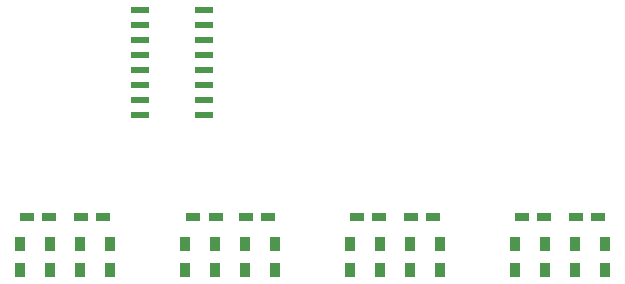
<source format=gtp>
G04 #@! TF.GenerationSoftware,KiCad,Pcbnew,no-vcs-found-7613~57~ubuntu16.04.1*
G04 #@! TF.CreationDate,2017-02-12T00:19:34-08:00*
G04 #@! TF.ProjectId,access-pi,6163636573732D70692E6B696361645F,rev?*
G04 #@! TF.FileFunction,Paste,Top*
G04 #@! TF.FilePolarity,Positive*
%FSLAX46Y46*%
G04 Gerber Fmt 4.6, Leading zero omitted, Abs format (unit mm)*
G04 Created by KiCad (PCBNEW no-vcs-found-7613~57~ubuntu16.04.1) date Sun Feb 12 00:19:34 2017*
%MOMM*%
%LPD*%
G01*
G04 APERTURE LIST*
%ADD10C,0.150000*%
%ADD11R,0.900000X1.200000*%
%ADD12R,1.200000X0.750000*%
%ADD13R,1.500000X0.600000*%
G04 APERTURE END LIST*
D10*
D11*
X114427000Y-145839000D03*
X114427000Y-148039000D03*
X116967000Y-145839000D03*
X116967000Y-148039000D03*
X128397000Y-145839000D03*
X128397000Y-148039000D03*
X130937000Y-145839000D03*
X130937000Y-148039000D03*
X142367000Y-145839000D03*
X142367000Y-148039000D03*
X144907000Y-145839000D03*
X144907000Y-148039000D03*
D12*
X112461000Y-143510000D03*
X114361000Y-143510000D03*
X118933000Y-143510000D03*
X117033000Y-143510000D03*
X126558000Y-143510000D03*
X128458000Y-143510000D03*
X132903000Y-143510000D03*
X131003000Y-143510000D03*
X140401000Y-143510000D03*
X142301000Y-143510000D03*
X146873000Y-143510000D03*
X144973000Y-143510000D03*
X154371000Y-143510000D03*
X156271000Y-143510000D03*
X160843000Y-143510000D03*
X158943000Y-143510000D03*
D11*
X156337000Y-145839000D03*
X156337000Y-148039000D03*
X158877000Y-145839000D03*
X158877000Y-148039000D03*
X111887000Y-148039000D03*
X111887000Y-145839000D03*
X119507000Y-148039000D03*
X119507000Y-145839000D03*
X125857000Y-148039000D03*
X125857000Y-145839000D03*
X133477000Y-148039000D03*
X133477000Y-145839000D03*
X139827000Y-148039000D03*
X139827000Y-145839000D03*
X147447000Y-148039000D03*
X147447000Y-145839000D03*
X153797000Y-148039000D03*
X153797000Y-145839000D03*
X161417000Y-148039000D03*
X161417000Y-145839000D03*
D13*
X127414000Y-134874000D03*
X127414000Y-133604000D03*
X127414000Y-132334000D03*
X127414000Y-131064000D03*
X127414000Y-129794000D03*
X127414000Y-128524000D03*
X127414000Y-127254000D03*
X127414000Y-125984000D03*
X122014000Y-125984000D03*
X122014000Y-127254000D03*
X122014000Y-128524000D03*
X122014000Y-129794000D03*
X122014000Y-131064000D03*
X122014000Y-132334000D03*
X122014000Y-133604000D03*
X122014000Y-134874000D03*
M02*

</source>
